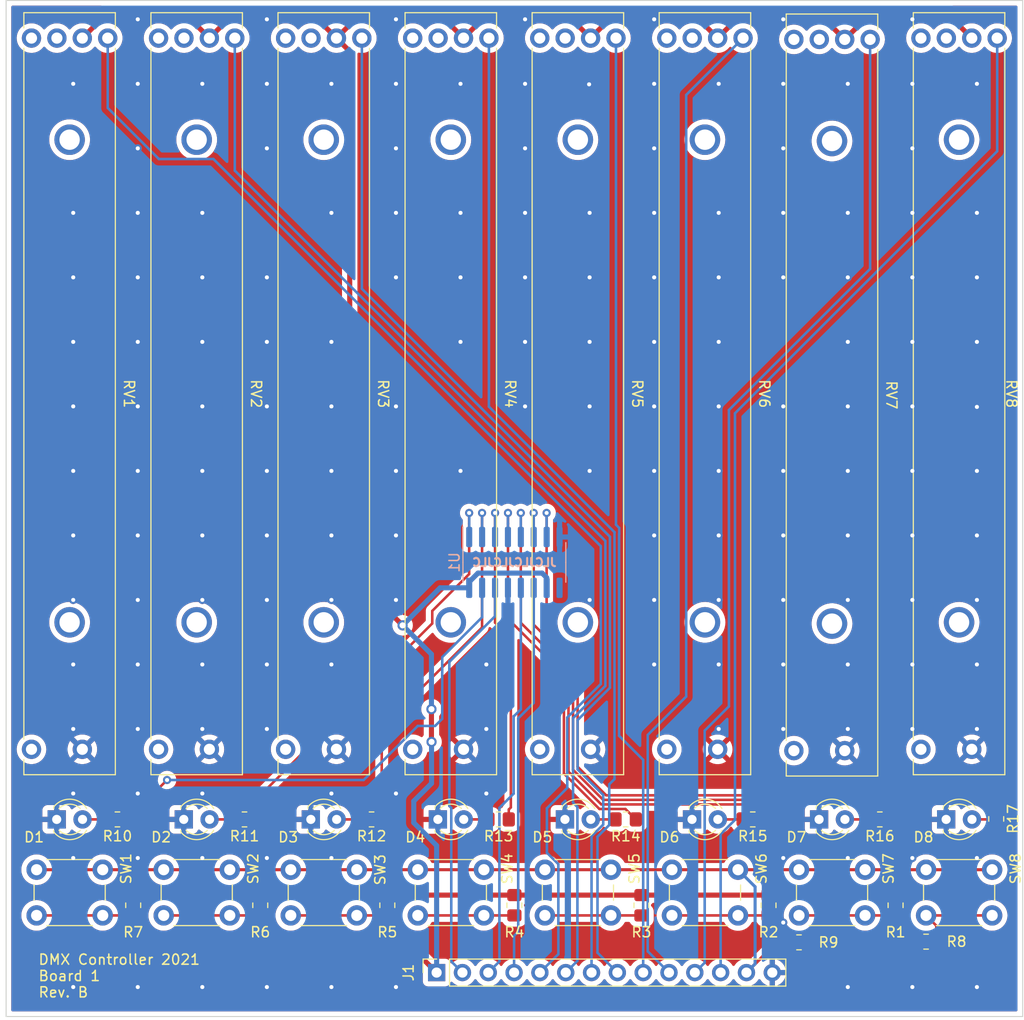
<source format=kicad_pcb>
(kicad_pcb (version 20210424) (generator pcbnew)
  (title_block (title "8 Channel DMX Controller Board 1") (rev "B") (comment 1 "Open source at GitHub: https://github.com/Gabriel-06/dmx-controller/") (comment 2 "Copyright 2021 Gabriel Csizmadia"))
  (layers (0 "F.Cu" signal) (31 "B.Cu" signal) (34 "B.Paste" user) (35 "F.Paste" user) (36 "B.SilkS" user "B.Silkscreen") (37 "F.SilkS" user "F.Silkscreen") (38 "B.Mask" user) (39 "F.Mask" user) (44 "Edge.Cuts" user))
  (net 0 "")
  (net 1 "Net-(D1-Pad2)")
  (net 2 "GND")
  (net 3 "Net-(D2-Pad2)")
  (net 4 "Net-(D3-Pad2)")
  (net 5 "Net-(D4-Pad2)")
  (net 6 "Net-(D5-Pad2)")
  (net 7 "Net-(D6-Pad2)")
  (net 8 "Net-(D7-Pad2)")
  (net 9 "Net-(D8-Pad2)")
  (net 10 "Net-(R1-Pad2)")
  (net 11 "+5V")
  (net 12 "Net-(R2-Pad2)")
  (net 13 "Net-(R3-Pad2)")
  (net 14 "Net-(R4-Pad2)")
  (net 15 "Net-(R8-Pad2)")
  (net 16 "A8")
  (net 17 "A0")
  (net 18 "A1")
  (net 19 "A2")
  (net 20 "A3")
  (net 21 "A4")
  (net 22 "A5")
  (net 23 "A6")
  (net 24 "A7")
  (net 25 "RCLK")
  (net 26 "Net-(R5-Pad2)")
  (net 27 "SRCLK")
  (net 28 "SER")
  (net 29 "LED0")
  (net 30 "LED1")
  (net 31 "LED2")
  (net 32 "LED3")
  (net 33 "LED4")
  (net 34 "LED5")
  (net 35 "LED6")
  (net 36 "LED7")
  (net 37 "Net-(R6-Pad2)")
  (net 38 "Net-(R7-Pad2)")
  (footprint "Potentiometer_THT:Potentiometer_Alps_RS6011SP" (layer "F.Cu") (at 290.745 106.7 -90)
    (fp_text reference "RV6")
    (fp_text value "Fader 5")
  )
  (footprint "Resistor_SMD:R_0805_2012Metric_Pad1.20x1.40mm_HandSolder" (layer "F.Cu") (at 319.4 148.55 -90)
    (fp_text reference "R17")
    (fp_text value "120")
  )
  (footprint "Potentiometer_THT:Potentiometer_Alps_RS6011SP" (layer "F.Cu") (at 315.745 106.7 -90)
    (fp_text reference "RV8")
    (fp_text value "Fader 7")
  )
  (footprint "Potentiometer_THT:Potentiometer_Alps_RS6011SP" (layer "F.Cu") (at 240.745 106.7 -90)
    (fp_text reference "RV2")
    (fp_text value "Fader 1")
  )
  (footprint "Potentiometer_THT:Potentiometer_Alps_RS6011SP" (layer "F.Cu") (at 265.745 106.7 -90)
    (fp_text reference "RV4")
    (fp_text value "Fader 3")
  )
  (footprint "Potentiometer_THT:Potentiometer_Alps_RS6011SP" (layer "F.Cu") (at 303.245 106.83 -90)
    (fp_text reference "RV7")
    (fp_text value "Fader 6")
  )
  (footprint "Button_Switch_THT:SW_PUSH_6mm_H13mm" (layer "F.Cu") (at 275 153.55)
    (fp_text reference "SW5")
    (fp_text value "Button 4")
  )
  (footprint "Button_Switch_THT:SW_PUSH_6mm_H13mm" (layer "F.Cu") (at 300 153.55)
    (fp_text reference "SW7")
    (fp_text value "Button 6")
  )
  (footprint "Resistor_SMD:R_0805_2012Metric_Pad1.20x1.40mm_HandSolder" (layer "F.Cu") (at 259.5 157.05 -90)
    (fp_text reference "R3")
    (fp_text value "3k")
  )
  (footprint "Resistor_SMD:R_0805_2012Metric_Pad1.20x1.40mm_HandSolder" (layer "F.Cu") (at 309.5 157.05 -90)
    (fp_text reference "R7")
    (fp_text value "7k")
  )
  (footprint "Resistor_SMD:R_0805_2012Metric_Pad1.20x1.40mm_HandSolder" (layer "F.Cu") (at 300 160.7)
    (fp_text reference "R9")
    (fp_text value "100k")
  )
  (footprint "Resistor_SMD:R_0805_2012Metric_Pad1.20x1.40mm_HandSolder" (layer "F.Cu") (at 247 157.05 -90)
    (fp_text reference "R2")
    (fp_text value "2k")
  )
  (footprint "Resistor_SMD:R_0805_2012Metric_Pad1.20x1.40mm_HandSolder" (layer "F.Cu") (at 272 157.05 -90)
    (fp_text reference "R4")
    (fp_text value "4k")
  )
  (footprint "Button_Switch_THT:SW_PUSH_6mm_H13mm" (layer "F.Cu") (at 237.5 153.55)
    (fp_text reference "SW2")
    (fp_text value "Button 1")
  )
  (footprint "Connector_PinSocket_2.54mm:PinSocket_1x14_P2.54mm_Vertical" (layer "F.Cu") (at 264.35 163.675 90)
    (fp_text reference "J1")
    (fp_text value "Conn_01x14")
  )
  (footprint "Button_Switch_THT:SW_PUSH_6mm_H13mm" (layer "F.Cu") (at 287.5 153.55)
    (fp_text reference "SW6")
    (fp_text value "Button 5")
  )
  (footprint "Resistor_SMD:R_0805_2012Metric_Pad1.20x1.40mm_HandSolder" (layer "F.Cu") (at 284.5 157.05 -90)
    (fp_text reference "R5")
    (fp_text value "5k")
  )
  (footprint "LED_THT:LED_D3.0mm" (layer "F.Cu") (at 289.475 148.6)
    (fp_text reference "D6")
    (fp_text value "LED 5")
  )
  (footprint "Button_Switch_THT:SW_PUSH_6mm_H13mm" (layer "F.Cu") (at 225 153.55)
    (fp_text reference "SW1")
    (fp_text value "Button 0")
  )
  (footprint "LED_THT:LED_D3.0mm" (layer "F.Cu") (at 301.975 148.6)
    (fp_text reference "D7")
    (fp_text value "LED 6")
  )
  (footprint "LED_THT:LED_D3.0mm" (layer "F.Cu") (at 251.975 148.6)
    (fp_text reference "D3")
    (fp_text value "LED 2")
  )
  (footprint "LED_THT:LED_D3.0mm" (layer "F.Cu") (at 226.975 148.6)
    (fp_text reference "D1")
    (fp_text value "LED 0")
  )
  (footprint "Resistor_SMD:R_0805_2012Metric_Pad1.20x1.40mm_HandSolder" (layer "F.Cu") (at 282.95 148.6 180)
    (fp_text reference "R14")
    (fp_text value "120")
  )
  (footprint "Resistor_SMD:R_0805_2012Metric_Pad1.20x1.40mm_HandSolder" (layer "F.Cu") (at 295.45 148.6 180)
    (fp_text reference "R15")
    (fp_text value "120")
  )
  (footprint "Resistor_SMD:R_0805_2012Metric_Pad1.20x1.40mm_HandSolder" (layer "F.Cu") (at 257.95 148.6 180)
    (fp_text reference "R12")
    (fp_text value "120")
  )
  (footprint "Resistor_SMD:R_0805_2012Metric_Pad1.20x1.40mm_HandSolder" (layer "F.Cu") (at 312.5 160.63)
    (fp_text reference "R8")
    (fp_text value "8k")
  )
  (footprint "Resistor_SMD:R_0805_2012Metric_Pad1.20x1.40mm_HandSolder" (layer "F.Cu") (at 270.45 148.6 180)
    (fp_text reference "R13")
    (fp_text value "120")
  )
  (footprint "LED_THT:LED_D3.0mm" (layer "F.Cu") (at 264.475 148.6)
    (fp_text reference "D4")
    (fp_text value "LED 3")
  )
  (footprint "Button_Switch_THT:SW_PUSH_6mm_H13mm" (layer "F.Cu") (at 262.5 153.55)
    (fp_text reference "SW4")
    (fp_text value "Button 3")
  )
  (footprint "Button_Switch_THT:SW_PUSH_6mm_H13mm" (layer "F.Cu") (at 250 153.55)
    (fp_text reference "SW3")
    (fp_text value "Button 2")
  )
  (footprint "Resistor_SMD:R_0805_2012Metric_Pad1.20x1.40mm_HandSolder" (layer "F.Cu") (at 234.5 157.05 -90)
    (fp_text reference "R1")
    (fp_text value "1k")
  )
  (footprint "Resistor_SMD:R_0805_2012Metric_Pad1.20x1.40mm_HandSolder" (layer "F.Cu") (at 307.95 148.6 180)
    (fp_text reference "R16")
    (fp_text value "120")
  )
  (footprint "Resistor_SMD:R_0805_2012Metric_Pad1.20x1.40mm_HandSolder" (layer "F.Cu") (at 297 157.05 -90)
    (fp_text reference "R6")
    (fp_text value "6k")
  )
  (footprint "LED_THT:LED_D3.0mm" (layer "F.Cu") (at 314.475 148.6)
    (fp_text reference "D8")
    (fp_text value "LED 7")
  )
  (footprint "LED_THT:LED_D3.0mm" (layer "F.Cu") (at 276.975 148.6)
    (fp_text reference "D5")
    (fp_text value "LED 4")
  )
  (footprint "Potentiometer_THT:Potentiometer_Alps_RS6011SP" (layer "F.Cu") (at 253.245 106.7 -90)
    (fp_text reference "RV3")
    (fp_text value "Fader 2")
  )
  (footprint "LED_THT:LED_D3.0mm" (layer "F.Cu") (at 239.475 148.6)
    (fp_text reference "D2")
    (fp_text value "LED 1")
  )
  (footprint "Potentiometer_THT:Potentiometer_Alps_RS6011SP" (layer "F.Cu") (at 228.245 106.7 -90)
    (fp_text reference "RV1")
    (fp_text value "Fader 0")
  )
  (footprint "Potentiometer_THT:Potentiometer_Alps_RS6011SP" (layer "F.Cu") (at 278.245 106.7 -90)
    (fp_text reference "RV5")
    (fp_text value "Fader 4")
  )
  (footprint "Resistor_SMD:R_0805_2012Metric_Pad1.20x1.40mm_HandSolder" (layer "F.Cu") (at 232.95 148.6 180)
    (fp_text reference "R10")
    (fp_text value "120")
  )
  (footprint "Button_Switch_THT:SW_PUSH_6mm_H13mm" (layer "F.Cu") (at 312.5 153.55)
    (fp_text reference "SW8")
    (fp_text value "Button 7")
  )
  (footprint "Resistor_SMD:R_0805_2012Metric_Pad1.20x1.40mm_HandSolder" (layer "F.Cu") (at 245.45 148.6 180)
    (fp_text reference "R11")
    (fp_text value "120")
  )
  (footprint "Package_SO:SOP-16_3.9x9.9mm_P1.27mm" (layer "B.Cu") (at 272 123.305 -90)
    (fp_text reference "U1")
    (fp_text value "74HC595")
  )
  (gr_line (start 222 68) (end 222 168) (layer "Edge.Cuts") (width 0.1))
  (gr_line (start 322 68) (end 322 168) (layer "Edge.Cuts") (width 0.1))
  (gr_line (start 222 68) (end 322 68) (layer "Edge.Cuts") (width 0.1))
  (gr_line (start 322 168) (end 222 168) (layer "Edge.Cuts") (width 0.1))
  (gr_text "JLCJLCJLCJLC" (at 272 123.305) (layer "B.SilkS") (effects (font (size 0.8 0.8) (thickness 0.2)) (justify mirror)))
  (gr_text "\nDMX Controller 2021\nBoard 1\nRev. B" (at 225.1 163.2) (layer "F.SilkS") (effects (font (size 1 1)) (justify left)))
  (segment (start 229.515 148.6) (end 231.95 148.6) (width 0.25) (layer "F.Cu") (net 1))
  (via (at 285.75 127) (size 0.8) (drill 0.4) (layers "F.Cu" "B.Cu") (net 2))
  (via (at 266.7 101.6) (size 0.8) (drill 0.4) (layers "F.Cu" "B.Cu") (net 2))
  (via (at 234.95 133.35) (size 0.8) (drill 0.4) (layers "F.Cu" "B.Cu") (net 2))
  (via (at 304.8 76.2) (size 0.8) (drill 0.4) (layers "F.Cu" "B.Cu") (net 2))
  (via (at 247.65 139.7) (size 0.8) (drill 0.4) (layers "F.Cu" "B.Cu") (net 2))
  (via (at 228.6 165.1) (size 0.8) (drill 0.4) (layers "F.Cu" "B.Cu") (net 2))
  (via (at 298.45 133.35) (size 0.8) (drill 0.4) (layers "F.Cu" "B.Cu") (net 2))
  (via (at 279.4 127) (size 0.8) (drill 0.4) (layers "F.Cu" "B.Cu") (net 2))
  (via (at 241.3 95.25) (size 0.8) (drill 0.4) (layers "F.Cu" "B.Cu") (net 2))
  (via (at 285.75 76.2) (size 0.8) (drill 0.4) (layers "F.Cu" "B.Cu") (net 2))
  (via (at 285.75 69.85) (size 0.8) (drill 0.4) (layers "F.Cu" "B.Cu") (net 2))
  (via (at 292.1 107.95) (size 0.8) (drill 0.4) (layers "F.Cu" "B.Cu") (net 2))
  (via (at 254 133.35) (size 0.8) (drill 0.4) (layers "F.Cu" "B.Cu") (net 2))
  (via (at 311.15 114.3) (size 0.8) (drill 0.4) (layers "F.Cu" "B.Cu") (net 2))
  (via (at 247.65 76.2) (size 0.8) (drill 0.4) (layers "F.Cu" "B.Cu") (net 2))
  (via (at 241.3 127) (size 0.8) (drill 0.4) (layers "F.Cu" "B.Cu") (net 2))
  (via (at 298.45 88.9) (size 0.8) (drill 0.4) (layers "F.Cu" "B.Cu") (net 2))
  (via (at 234.95 69.85) (size 0.8) (drill 0.4) (layers "F.Cu" "B.Cu") (net 2))
  (via (at 285.75 120.65) (size 0.8) (drill 0.4) (layers "F.Cu" "B.Cu") (net 2))
  (via (at 260.35 69.85) (size 0.8) (drill 0.4) (layers "F.Cu" "B.Cu") (net 2))
  (via (at 317.5 101.6) (size 0.8) (drill 0.4) (layers "F.Cu" "B.Cu") (net 2))
  (via (at 228.6 127) (size 0.8) (drill 0.4) (layers "F.Cu" "B.Cu") (net 2))
  (via (at 269.24 133.35) (size 0.8) (drill 0.4) (layers "F.Cu" "B.Cu") (net 2))
  (via (at 266.7 76.2) (size 0.8) (drill 0.4) (layers "F.Cu" "B.Cu") (net 2))
  (via (at 317.5 127) (size 0.8) (drill 0.4) (layers "F.Cu" "B.Cu") (net 2))
  (via (at 254 88.9) (size 0.8) (drill 0.4) (layers "F.Cu" "B.Cu") (net 2))
  (via (at 273.05 107.95) (size 0.8) (drill 0.4) (layers "F.Cu" "B.Cu") (net 2))
  (via (at 247.65 101.6) (size 0.8) (drill 0.4) (layers "F.Cu" "B.Cu") (net 2))
  (via (at 241.3 76.2) (size 0.8) (drill 0.4) (layers "F.Cu" "B.Cu") (net 2))
  (via (at 292.1 114.3) (size 0.8) (drill 0.4) (layers "F.Cu" "B.Cu") (net 2))
  (via (at 234.95 95.25) (size 0.8) (drill 0.4) (layers "F.Cu" "B.Cu") (net 2))
  (via (at 279.4 114.3) (size 0.8) (drill 0.4) (layers "F.Cu" "B.Cu") (net 2))
  (via (at 311.15 139.7) (size 0.8) (drill 0.4) (layers "F.Cu" "B.Cu") (net 2))
  (via (at 311.15 120.65) (size 0.8) (drill 0.4) (layers "F.Cu" "B.Cu") (net 2))
  (via (at 228.6 76.2) (size 0.8) (drill 0.4) (layers "F.Cu" "B.Cu") (net 2))
  (via (at 317.5 165.1) (size 0.8) (drill 0.4) (layers "F.Cu" "B.Cu") (net 2))
  (via (at 304.8 88.9) (size 0.8) (drill 0.4) (layers "F.Cu" "B.Cu") (net 2))
  (via (at 247.65 114.3) (size 0.8) (drill 0.4) (layers "F.Cu" "B.Cu") (net 2))
  (via (at 298.45 158.75) (size 0.8) (drill 0.4) (layers "F.Cu" "B.Cu") (net 2))
  (via (at 311.15 69.85) (size 0.8) (drill 0.4) (layers "F.Cu" "B.Cu") (net 2))
  (via (at 234.95 127) (size 0.8) (drill 0.4) (layers "F.Cu" "B.Cu") (net 2))
  (via (at 279.4 88.9) (size 0.8) (drill 0.4) (layers "F.Cu" "B.Cu") (net 2))
  (via (at 247.65 82.55) (size 0.8) (drill 0.4) (layers "F.Cu" "B.Cu") (net 2))
  (via (at 311.15 76.2) (size 0.8) (drill 0.4) (layers "F.Cu" "B.Cu") (net 2))
  (via (at 266.7 88.9) (size 0.8) (drill 0.4) (layers "F.Cu" "B.Cu") (net 2))
  (via (at 285.75 82.55) (size 0.8) (drill 0.4) (layers "F.Cu" "B.Cu") (net 2))
  (via (at 234.95 114.3) (size 0.8) (drill 0.4) (layers "F.Cu" "B.Cu") (net 2))
  (via (at 311.15 133.35) (size 0.8) (drill 0.4) (layers "F.Cu" "B.Cu") (net 2))
  (via (at 260.35 95.25) (size 0.8) (drill 0.4) (layers "F.Cu" "B.Cu") (net 2))
  (via (at 298.45 95.25) (size 0.8) (drill 0.4) (layers "F.Cu" "B.Cu") (net 2))
  (via (at 234.95 88.9) (size 0.8) (drill 0.4) (layers "F.Cu" "B.Cu") (net 2))
  (via (at 228.6 152.4) (size 0.8) (drill 0.4) (layers "F.Cu" "B.Cu") (net 2))
  (via (at 279.4 101.6) (size 0.8) (drill 0.4) (layers "F.Cu" "B.Cu") (net 2))
  (via (at 247.65 120.65) (size 0.8) (drill 0.4) (layers "F.Cu" "B.Cu") (net 2))
  (via (at 254 127) (size 0.8) (drill 0.4) (layers "F.Cu" "B.Cu") (net 2))
  (via (at 285.75 133.35) (size 0.8) (drill 0.4) (layers "F.Cu" "B.Cu") (net 2))
  (via (at 311.15 88.9) (size 0.8) (drill 0.4) (layers "F.Cu" "B.Cu") (net 2))
  (via (at 228.6 95.25) (size 0.8) (drill 0.4) (layers "F.Cu" "B.Cu") (net 2))
  (via (at 228.6 107.95) (size 0.8) (drill 0.4) (layers "F.Cu" "B.Cu") (net 2))
  (via (at 317.5 152.4) (size 0.8) (drill 0.4) (layers "F.Cu" "B.Cu") (net 2))
  (via (at 273.05 82.55) (size 0.8) (drill 0.4) (layers "F.Cu" "B.Cu") (net 2))
  (via (at 292.1 88.9) (size 0.8) (drill 0.4) (layers "F.Cu" "B.Cu") (net 2))
  (via (at 260.35 146.05) (size 0.8) (drill 0.4) (layers "F.Cu" "B.Cu") (net 2))
  (via (at 254 114.3) (size 0.8) (drill 0.4) (layers "F.Cu" "B.Cu") (net 2))
  (via (at 285.75 101.6) (size 0.8) (drill 0.4) (layers "F.Cu" "B.Cu") (net 2))
  (via (at 304.8 120.65) (size 0.8) (drill 0.4) (layers "F.Cu" "B.Cu") (net 2))
  (via (at 241.3 120.65) (size 0.8) (drill 0.4) (layers "F.Cu" "B.Cu") (net 2))
  (via (at 260.35 165.1) (size 0.8) (drill 0.4) (layers "F.Cu" "B.Cu") (net 2))
  (via (at 279.4 95.25) (size 0.8) (drill 0.4) (layers "F.Cu" "B.Cu") (net 2))
  (via (at 304.8 139.7) (size 0.8) (drill 0.4) (layers "F.Cu" "B.Cu") (net 2))
  (via (at 279.4 107.95) (size 0.8) (drill 0.4) (layers "F.Cu" "B.Cu") (net 2))
  (via (at 317.5 120.65) (size 0.8) (drill 0.4) (layers "F.Cu" "B.Cu") (net 2))
  (via (at 234.95 101.6) (size 0.8) (drill 0.4) (layers "F.Cu" "B.Cu") (net 2))
  (via (at 228.6 101.6) (size 0.8) (drill 0.4) (layers "F.Cu" "B.Cu") (net 2))
  (via (at 298.45 139.7) (size 0.8) (drill 0.4) (layers "F.Cu" "B.Cu") (net 2))
  (via (at 311.15 95.25) (size 0.8) (drill 0.4) (layers "F.Cu" "B.Cu") (net 2))
  (via (at 311.15 165.1) (size 0.8) (drill 0.4) (layers "F.Cu" "B.Cu") (net 2))
  (via (at 292.1 133.35) (size 0.8) (drill 0.4) (layers "F.Cu" "B.Cu") (net 2))
  (via (at 273.05 88.9) (size 0.8) (drill 0.4) (layers "F.Cu" "B.Cu") (net 2))
  (via (at 317.5 133.35) (size 0.8) (drill 0.4) (layers "F.Cu" "B.Cu") (net 2))
  (via (at 241.3 114.3) (size 0.8) (drill 0.4) (layers "F.Cu" "B.Cu") (net 2))
  (via (at 234.95 139.7) (size 0.8) (drill 0.4) (layers "F.Cu" "B.Cu") (net 2))
  (via (at 279.35 76.25) (size 0.8) (drill 0.4) (layers "F.Cu" "B.Cu") (net 2))
  (via (at 247.65 127) (size 0.8) (drill 0.4) (layers "F.Cu" "B.Cu") (net 2))
  (via (at 304.8 133.35) (size 0.8) (drill 0.4) (layers "F.Cu" "B.Cu") (net 2))
  (via (at 234.95 107.95) (size 0.8) (drill 0.4) (layers "F.Cu" "B.Cu") (net 2))
  (via (at 285.75 95.25) (size 0.8) (drill 0.4) (layers "F.Cu" "B.Cu") (net 2))
  (via (at 241.3 107.95) (size 0.8) (drill 0.4) (layers "F.Cu" "B.Cu") (net 2))
  (via (at 260.35 82.55) (size 0.8) (drill 0.4) (layers "F.Cu" "B.Cu") (net 2))
  (via (at 298.45 69.85) (size 0.8) (drill 0.4) (layers "F.Cu" "B.Cu") (net 2))
  (via (at 292.1 95.25) (size 0.8) (drill 0.4) (layers "F.Cu" "B.Cu") (net 2))
  (via (at 241.3 101.6) (size 0.8) (drill 0.4) (layers "F.Cu" "B.Cu") (net 2))
  (via (at 298.45 127) (size 0.8) (drill 0.4) (layers "F.Cu" "B.Cu") (net 2))
  (via (at 304.8 95.25) (size 0.8) (drill 0.4) (layers "F.Cu" "B.Cu") (net 2))
  (via (at 266.7 114.3) (size 0.8) (drill 0.4) (layers "F.Cu" "B.Cu") (net 2))
  (via (at 260.35 114.3) (size 0.8) (drill 0.4) (layers "F.Cu" "B.Cu") (net 2))
  (via (at 228.6 88.9) (size 0.8) (drill 0.4) (layers "F.Cu" "B.Cu") (net 2))
  (via (at 234.95 82.55) (size 0.8) (drill 0.4) (layers "F.Cu" "B.Cu") (net 2))
  (via (at 292.1 120.65) (size 0.8) (drill 0.4) (layers "F.Cu" "B.Cu") (net 2))
  (via (at 260.35 76.2) (size 0.8) (drill 0.4) (layers "F.Cu" "B.Cu") (net 2))
  (via (at 304.8 107.95) (size 0.8) (drill 0.4) (layers "F.Cu" "B.Cu") (net 2))
  (via (at 273.05 95.25) (size 0.8) (drill 0.4) (layers "F.Cu" "B.Cu") (net 2))
  (via (at 298.45 76.2) (size 0.8) (drill 0.4) (layers "F.Cu" "B.Cu") (net 2))
  (via (at 234.95 120.65) (size 0.8) (drill 0.4) (layers "F.Cu" "B.Cu") (net 2))
  (via (at 298.45 120.65) (size 0.8) (drill 0.4) (layers "F.Cu" "B.Cu") (net 2))
  (via (at 247.65 69.85) (size 0.8) (drill 0.4) (layers "F.Cu" "B.Cu") (net 2))
  (via (at 254 120.65) (size 0.8) (drill 0.4) (layers "F.Cu" "B.Cu") (net 2))
  (via (at 241.3 133.35) (size 0.8) (drill 0.4) (layers "F.Cu" "B.Cu") (net 2))
  (via (at 269.24 139.7) (size 0.8) (drill 0.4) (layers "F.Cu" "B.Cu") (net 2))
  (via (at 317.5 95.25) (size 0.8) (drill 0.4) (layers "F.Cu" "B.Cu") (net 2))
  (via (at 234.95 146.05) (size 0.8) (drill 0.4) (layers "F.Cu" "B.Cu") (net 2))
  (via (at 273.05 101.6) (size 0.8) (drill 0.4) (layers "F.Cu" "B.Cu") (net 2))
  (via (at 292.1 139.7) (size 0.8) (drill 0.4) (layers "F.Cu" "B.Cu") (net 2))
  (via (at 234.95 76.2) (size 0.8) (drill 0.4) (layers "F.Cu" "B.Cu") (net 2))
  (via (at 311.15 107.95) (size 0.8) (drill 0.4) (layers "F.Cu" "B.Cu") (net 2))
  (via (at 273.05 69.85) (size 0.8) (drill 0.4) (layers "F.Cu" "B.Cu") (net 2))
  (via (at 260.35 88.9) (size 0.8) (drill 0.4) (layers "F.Cu" "B.Cu") (net 2))
  (via (at 234.95 152.4) (size 0.8) (drill 0.4) (layers "F.Cu" "B.Cu") (net 2))
  (via (at 311.15 82.55) (size 0.8) (drill 0.4) (layers "F.Cu" "B.Cu") (net 2))
  (via (at 228.6 133.35) (size 0.8) (drill 0.4) (layers "F.Cu" "B.Cu") (net 2))
  (via (at 298.45 114.3) (size 0.8) (drill 0.4) (layers "F.Cu" "B.Cu") (net 2))
  (via (at 228.6 146.05) (size 0.8) (drill 0.4) (layers "F.Cu" "B.Cu") (net 2))
  (via (at 247.65 107.95) (size 0.8) (drill 0.4) (layers "F.Cu" "B.Cu") (net 2))
  (via (at 241.3 88.9) (size 0.8) (drill 0.4) (layers "F.Cu" "B.Cu") (net 2))
  (via (at 317.5 88.9) (size 0.8) (drill 0.4) (layers "F.Cu" "B.Cu") (net 2))
  (via (at 247.65 152.4) (size 0.8) (drill 0.4) (layers "F.Cu" "B.Cu") (net 2))
  (via (at 304.8 165.1) (size 0.8) (drill 0.4) (layers "F.Cu" "B.Cu") (net 2))
  (via (at 260.35 107.95) (size 0.8) (drill 0.4) (layers "F.Cu" "B.Cu") (net 2))
  (via (at 247.65 133.35) (size 0.8) (drill 0.4) (layers "F.Cu" "B.Cu") (net 2))
  (via (at 241.3 139.7) (size 0.8) (drill 0.4) (layers "F.Cu" "B.Cu") (net 2))
  (via (at 273.05 76.2) (size 0.8) (drill 0.4) (layers "F.Cu" "B.Cu") (net 2))
  (via (at 304.8 152.4) (size 0.8) (drill 0.4) (layers "F.Cu" "B.Cu") (net 2))
  (via (at 317.5 76.2) (size 0.8) (drill 0.4) (layers "F.Cu" "B.Cu") (net 2))
  (via (at 311.15 127) (size 0.8) (drill 0.4) (layers "F.Cu" "B.Cu") (net 2))
  (via (at 311.15 101.6) (size 0.8) (drill 0.4) (layers "F.Cu" "B.Cu") (net 2))
  (via (at 234.95 165.1) (size 0.8) (drill 0.4) (layers "F.Cu" "B.Cu") (net 2))
  (via (at 298.45 152.4) (size 0.8) (drill 0.4) (layers "F.Cu" "B.Cu") (net 2))
  (via (at 317.5 139.7) (size 0.8) (drill 0.4) (layers "F.Cu" "B.Cu") (net 2))
  (via (at 254 165.1) (size 0.8) (drill 0.4) (layers "F.Cu" "B.Cu") (net 2))
  (via (at 228.6 139.7) (size 0.8) (drill 0.4) (layers "F.Cu" "B.Cu") (net 2))
  (via (at 292.1 127) (size 0.8) (drill 0.4) (layers "F.Cu" "B.Cu") (net 2))
  (via (at 317.5 108) (size 0.8) (drill 0.4) (layers "F.Cu" "B.Cu") (net 2))
  (via (at 254 76.2) (size 0.8) (drill 0.4) (layers "F.Cu" "B.Cu") (net 2))
  (via (at 292.1 101.6) (size 0.8) (drill 0.4) (layers "F.Cu" "B.Cu") (net 2))
  (via (at 241.3 152.4) (size 0.8) (drill 0.4) (layers "F.Cu" "B.Cu") (net 2))
  (via (at 260.35 127) (size 0.8) (drill 0.4) (layers "F.Cu" "B.Cu") (net 2))
  (via (at 254 101.6) (size 0.8) (drill 0.4) (layers "F.Cu" "B.Cu") (net 2))
  (via (at 247.65 95.25) (size 0.8) (drill 0.4) (layers "F.Cu" "B.Cu") (net 2))
  (via (at 285.75 88.9) (size 0.8) (drill 0.4) (layers "F.Cu" "B.Cu") (net 2))
  (via (at 241.3 165.1) (size 0.8) (drill 0.4) (layers "F.Cu" "B.Cu") (net 2))
  (via (at 304.8 114.3) (size 0.8) (drill 0.4) (layers "F.Cu" "B.Cu") (net 2))
  (via (at 311.15 152.4) (size 0.8) (drill 0.4) (layers "F.Cu" "B.Cu") (net 2))
  (via (at 254 152.4) (size 0.8) (drill 0.4) (layers "F.Cu" "B.Cu") (net 2))
  (via (at 304.8 101.6) (size 0.8) (drill 0.4) (layers "F.Cu" "B.Cu") (net 2))
  (via (at 228.6 120.65) (size 0.8) (drill 0.4) (layers "F.Cu" "B.Cu") (net 2))
  (via (at 292.1 76.2) (size 0.8) (drill 0.4) (layers "F.Cu" "B.Cu") (net 2))
  (via (at 254 146.05) (size 0.8) (drill 0.4) (layers "F.Cu" "B.Cu") (net 2))
  (via (at 298.45 82.55) (size 0.8) (drill 0.4) (layers "F.Cu" "B.Cu") (net 2))
  (via (at 317.5 114.3) (size 0.8) (drill 0.4) (layers "F.Cu" "B.Cu") (net 2))
  (via (at 304.8 127) (size 0.8) (drill 0.4) (layers "F.Cu" "B.Cu") (net 2))
  (via (at 285.75 114.3) (size 0.8) (drill 0.4) (layers "F.Cu" "B.Cu") (net 2))
  (via (at 260.35 120.65) (size 0.8) (drill 0.4) (layers "F.Cu" "B.Cu") (net 2))
  (via (at 254 107.95) (size 0.8) (drill 0.4) (layers "F.Cu" "B.Cu") (net 2))
  (via (at 266.7 95.25) (size 0.8) (drill 0.4) (layers "F.Cu" "B.Cu") (net 2))
  (via (at 228.6 114.3) (size 0.8) (drill 0.4) (layers "F.Cu" "B.Cu") (net 2))
  (via (at 247.65 165.1) (size 0.8) (drill 0.4) (layers "F.Cu" "B.Cu") (net 2))
  (via (at 269.24 146.05) (size 0.8) (drill 0.4) (layers "F.Cu" "B.Cu") (net 2))
  (via (at 285.75 107.95) (size 0.8) (drill 0.4) (layers "F.Cu" "B.Cu") (net 2))
  (via (at 241.3 146.05) (size 0.8) (drill 0.4) (layers "F.Cu" "B.Cu") (net 2))
  (via (at 298.45 107.95) (size 0.8) (drill 0.4) (layers "F.Cu" "B.Cu") (net 2))
  (segment (start 242.015 148.6) (end 244.45 148.6) (width 0.25) (layer "F.Cu") (net 3))
  (segment (start 256.95 148.6) (end 254.515 148.6) (width 0.25) (layer "F.Cu") (net 4))
  (segment (start 269.45 148.6) (end 267.015 148.6) (width 0.25) (layer "F.Cu") (net 5))
  (segment (start 279.515 148.6) (end 281.95 148.6) (width 0.25) (layer "F.Cu") (net 6))
  (segment (start 294.45 148.6) (end 292.015 148.6) (width 0.25) (layer "F.Cu") (net 7))
  (segment (start 306.95 148.6) (end 304.515 148.6) (width 0.25) (layer "F.Cu") (net 8))
  (segment (start 317.015 148.6) (end 318.45 148.6) (width 0.25) (layer "F.Cu") (net 9))
  (segment (start 318.45 148.6) (end 319.4 149.55) (width 0.25) (layer "F.Cu") (net 9))
  (segment (start 234.5 158.05) (end 225 158.05) (width 0.25) (layer "F.Cu") (net 10))
  (segment (start 310.64952 159.25048) (end 310.64952 159.77952) (width 0.5) (layer "F.Cu") (net 11))
  (segment (start 263.84 140.96) (end 263.85 140.97) (width 0.5) (layer "F.Cu") (net 11))
  (segment (start 309.5 156.05) (end 310.64952 157.19952) (width 0.5) (layer "F.Cu") (net 11))
  (segment (start 279.495 71.7) (end 276.795489 69.000489) (width 0.5) (layer "F.Cu") (net 11))
  (segment (start 234.5 156.05) (end 247 156.05) (width 0.5) (layer "F.Cu") (net 11))
  (segment (start 260.64952 159.97452) (end 264.35 163.675) (width 0.5) (layer "F.Cu") (net 11))
  (segment (start 251.795489 69.000489) (end 244.694511 69.000489) (width 0.5) (layer "F.Cu") (net 11))
  (segment (start 241.995 71.7) (end 239.295489 69.000489) (width 0.5) (layer "F.Cu") (net 11))
  (segment (start 255.8 73.005) (end 255.8 124.3) (width 0.5) (layer "F.Cu") (net 11))
  (segment (start 314.295489 69.000489) (end 307.324511 69.000489) (width 0.5) (layer "F.Cu") (net 11))
  (segment (start 259.5 156.05) (end 260.64952 157.19952) (width 0.5) (layer "F.Cu") (net 11))
  (segment (start 310.64952 159.77952) (end 311.5 160.63) (width 0.5) (layer "F.Cu") (net 11))
  (segment (start 255.8 124.3) (end 261 129.5) (width 0.5) (layer "F.Cu") (net 11))
  (segment (start 259.5 156.05) (end 272 156.05) (width 0.5) (layer "F.Cu") (net 11))
  (segment (start 244.694511 69.000489) (end 241.995 71.7) (width 0.5) (layer "F.Cu") (net 11))
  (segment (start 284.5 156.05) (end 297 156.05) (width 0.5) (layer "F.Cu") (net 11))
  (segment (start 310.64952 157.19952) (end 310.64952 159.25048) (width 0.5) (layer "F.Cu") (net 11))
  (segment (start 239.295489 69.000489) (end 232.194511 69.000489) (width 0.5) (layer "F.Cu") (net 11))
  (segment (start 294.694511 69.000489) (end 291.995 71.7) (width 0.5) (layer "F.Cu") (net 11))
  (segment (start 316.995 71.7) (end 314.295489 69.000489) (width 0.5) (layer "F.Cu") (net 11))
  (segment (start 289.295489 69.000489) (end 282.194511 69.000489) (width 0.5) (layer "F.Cu") (net 11))
  (segment (start 291.995 71.7) (end 289.295489 69.000489) (width 0.5) (layer "F.Cu") (net 11))
  (segment (start 257.194511 69.000489) (end 254.495 71.7) (width 0.5) (layer "F.Cu") (net 11))
  (segment (start 254.495 71.7) (end 255.8 73.005) (width 0.5) (layer "F.Cu") (net 11))
  (segment (start 307.324511 69.000489) (end 304.495 71.83) (width 0.5) (layer "F.Cu") (net 11))
  (segment (start 269.694511 69.000489) (end 266.995 71.7) (width 0.5) (layer "F.Cu") (net 11))
  (segment (start 282.194511 69.000489) (end 279.495 71.7) (width 0.5) (layer "F.Cu") (net 11))
  (segment (start 266.995 71.7) (end 264.295489 69.000489) (width 0.5) (layer "F.Cu") (net 11))
  (segment (start 297 156.05) (end 309.5 156.05) (width 0.5) (layer "F.Cu") (net 11))
  (segment (start 276.795489 69.000489) (end 269.694511 69.000489) (width 0.5) (layer "F.Cu") (net 11))
  (segment (start 304.495 71.83) (end 301.665489 69.000489) (width 0.5) (layer "F.Cu") (net 11))
  (segment (start 272 156.05) (end 284.5 156.05) (width 0.5) (layer "F.Cu") (net 11))
  (segment (start 260.64952 157.19952) (end 260.64952 159.97452) (width 0.5) (layer "F.Cu") (net 11))
  (segment (start 301.665489 69.000489) (end 294.694511 69.000489) (width 0.5) (layer "F.Cu") (net 11))
  (segment (start 232.194511 69.000489) (end 229.495 71.7) (width 0.5) (layer "F.Cu") (net 11))
  (segment (start 247 156.05) (end 259.5 156.05) (width 0.5) (layer "F.Cu") (net 11))
  (segment (start 263.84 137.75) (end 263.84 140.96) (width 0.5) (layer "F.Cu") (net 11))
  (segment (start 254.495 71.7) (end 251.795489 69.000489) (width 0.5) (layer "F.Cu") (net 11))
  (segment (start 264.295489 69.000489) (end 257.194511 69.000489) (width 0.5) (layer "F.Cu") (net 11))
  (via (at 263.85 140.97) (size 1) (drill 0.6) (layers "F.Cu" "B.Cu") (net 11))
  (via (at 261 129.5) (size 1) (drill 0.6) (layers "F.Cu" "B.Cu") (net 11))
  (via (at 263.84 137.75) (size 1) (drill 0.6) (layers "F.Cu" "B.Cu") (net 11))
  (segment (start 268.4196 124.35548) (end 267.555 125.22008) (width 0.5) (layer "B.Cu") (net 11))
  (segment (start 275.175 125.805) (end 275.175 124.805) (width 0.5) (layer "B.Cu") (net 11))
  (segment (start 274.72548 124.35548) (end 268.4196 124.35548) (width 0.5) (layer "B.Cu") (net 11))
  (segment (start 262.1 148.924022) (end 264.35 151.174022) (width 0.5) (layer "B.Cu") (net 11))
  (segment (start 263.84 137.75) (end 263.84 132.34) (width 0.5) (layer "B.Cu") (net 11))
  (segment (start 261 129.5) (end 264.695 125.805) (width 0.5) (layer "B.Cu") (net 11))
  (segment (start 262.1 146.8) (end 262.1 148.924022) (width 0.5) (layer "B.Cu") (net 11))
  (segment (start 263.85 145.05) (end 262.1 146.8) (width 0.5) (layer "B.Cu") (net 11))
  (segment (start 267.555 125.22008) (end 267.555 125.805) (width 0.5) (layer "B.Cu") (net 11))
  (segment (start 264.35 151.174022) (end 264.35 163.675) (width 0.5) (layer "B.Cu") (net 11))
  (segment (start 264.695 125.805) (end 267.555 125.805) (width 0.5) (layer "B.Cu") (net 11))
  (segment (start 263.84 132.34) (end 261 129.5) (width 0.5) (layer "B.Cu") (net 11))
  (segment (start 263.85 140.97) (end 263.85 145.05) (width 0.5) (layer "B.Cu") (net 11))
  (segment (start 275.175 124.805) (end 274.72548 124.35548) (width 0.5) (layer "B.Cu") (net 11))
  (segment (start 247 158.05) (end 237.5 158.05) (width 0.25) (layer "F.Cu") (net 12))
  (segment (start 259.5 158.05) (end 250 158.05) (width 0.25) (layer "F.Cu") (net 13))
  (segment (start 272 158.05) (end 262.5 158.05) (width 0.25) (layer "F.Cu") (net 14))
  (segment (start 312.5 158.05) (end 313.5 159.05) (width 0.25) (layer "F.Cu") (net 15))
  (segment (start 319 158.05) (end 312.5 158.05) (width 0.25) (layer "F.Cu") (net 15))
  (segment (start 313.5 159.05) (end 313.5 160.63) (width 0.25) (layer "F.Cu") (net 15))
  (segment (start 299 160.7) (end 297.805 160.7) (width 0.3) (layer "F.Cu") (net 16))
  (segment (start 312.5 153.55) (end 319 153.55) (width 0.3) (layer "F.Cu") (net 16))
  (segment (start 287.5 153.55) (end 294 153.55) (width 0.3) (layer "F.Cu") (net 16))
  (segment (start 281.5 153.55) (end 287.5 153.55) (width 0.3) (layer "F.Cu") (net 16))
  (segment (start 306.5 153.55) (end 312.5 153.55) (width 0.3) (layer "F.Cu") (net 16))
  (segment (start 300 153.55) (end 306.5 153.55) (width 0.3) (layer "F.Cu") (net 16))
  (segment (start 262.5 153.55) (end 269 153.55) (width 0.3) (layer "F.Cu") (net 16))
  (segment (start 294 153.55) (end 300 153.55) (width 0.3) (layer "F.Cu") (net 16))
  (segment (start 250 153.55) (end 256.5 153.55) (width 0.3) (layer "F.Cu") (net 16))
  (segment (start 297.805 160.7) (end 294.83 163.675) (width 0.3) (layer "F.Cu") (net 16))
  (segment (start 237.5 153.55) (end 244 153.55) (width 0.3) (layer "F.Cu") (net 16))
  (segment (start 250 153.55) (end 244 153.55) (width 0.3) (layer "F.Cu") (net 16))
  (segment (start 231.5 153.55) (end 237.5 153.55) (width 0.3) (layer "F.Cu") (net 16))
  (segment (start 256.5 153.55) (end 262.5 153.55) (width 0.3) (layer "F.Cu") (net 16))
  (segment (start 269 153.55) (end 275 153.55) (width 0.3) (layer "F.Cu") (net 16))
  (segment (start 275 153.55) (end 281.5 153.55) (width 0.3) (layer "F.Cu") (net 16))
  (segment (start 225 153.55) (end 231.5 153.55) (width 0.3) (layer "F.Cu") (net 16))
  (segment (start 295.68 162.825) (end 294.83 163.675) (width 0.3) (layer "B.Cu") (net 16))
  (segment (start 294 153.55) (end 295.68 155.23) (width 0.3) (layer "B.Cu") (net 16))
  (segment (start 295.68 155.23) (end 295.68 162.825) (width 0.3) (layer "B.Cu") (net 16))
  (segment (start 231.995 71.7) (end 231.995 78.570386) (width 0.25) (layer "B.Cu") (net 17))
  (segment (start 276.324511 161.860489) (end 274.51 163.675) (width 0.25) (layer "B.Cu") (net 17))
  (segment (start 231.995 78.570386) (end 237.024614 83.6) (width 0.25) (layer "B.Cu") (net 17))
  (segment (start 280.5 121.71) (end 280.5 135.268117) (width 0.25) (layer "B.Cu") (net 17))
  (segment (start 275.2 151.876858) (end 276.324511 153.001368) (width 0.25) (layer "B.Cu") (net 17))
  (segment (start 276.324511 153.001368) (end 276.324511 161.860489) (width 0.25) (layer "B.Cu") (net 17))
  (segment (start 237.024614 83.6) (end 242.39 83.6) (width 0.25) (layer "B.Cu") (net 17))
  (segment (start 277.2 145.5) (end 275.2 147.5) (width 0.25) (layer "B.Cu") (net 17))
  (segment (start 277.2 138.568117) (end 277.2 145.5) (width 0.25) (layer "B.Cu") (net 17))
  (segment (start 275.2 147.5) (end 275.2 151.876858) (width 0.25) (layer "B.Cu") (net 17))
  (segment (start 280.5 135.268117) (end 277.2 138.568117) (width 0.25) (layer "B.Cu") (net 17))
  (segment (start 242.39 83.6) (end 280.5 121.71) (width 0.25) (layer "B.Cu") (net 17))
  (segment (start 277.05 163.675) (end 278.2 162.525) (width 0.25) (layer "B.Cu") (net 18))
  (segment (start 278.2 147.375978) (end 277.770969 146.946947) (width 0.25) (layer "B.Cu") (net 18))
  (segment (start 244.495 84.739282) (end 244.495 71.7) (width 0.25) (layer "B.Cu") (net 18))
  (segment (start 277.770969 138.632865) (end 280.94952 135.454314) (width 0.25) (layer "B.Cu") (net 18))
  (segment (start 280.94952 135.454314) (end 280.94952 121.193802) (width 0.25) (layer "B.Cu") (net 18))
  (segment (start 278.2 162.525) (end 278.2 147.375978) (width 0.25) (layer "B.Cu") (net 18))
  (segment (start 280.94952 121.193802) (end 244.495 84.739282) (width 0.25) (layer "B.Cu") (net 18))
  (segment (start 277.770969 146.946947) (end 277.770969 138.632865) (width 0.25) (layer "B.Cu") (net 18))
  (segment (start 280.739511 146.20048) (end 278.220489 143.681458) (width 0.25) (layer "B.Cu") (net 19))
  (segment (start 278.220489 138.819063) (end 281.39904 135.640511) (width 0.25) (layer "B.Cu") (net 19))
  (segment (start 280.739511 149.10721) (end 280.739511 146.20048) (width 0.25) (layer "B.Cu") (net 19))
  (segment (start 281.39904 135.640511) (end 281.39904 120.77904) (width 0.25) (layer "B.Cu") (net 19))
  (segment (start 278.220489 143.681458) (end 278.220489 138.819063) (width 0.25) (layer "B.Cu") (net 19))
  (segment (start 279.59 150.256721) (end 280.739511 149.10721) (width 0.25) (layer "B.Cu") (net 19))
  (segment (start 256.995 96.375) (end 256.995 71.7) (width 0.25) (layer "B.Cu") (net 19))
  (segment (start 279.59 163.675) (end 279.59 150.256721) (width 0.25) (layer "B.Cu") (net 19))
  (segment (start 281.39904 120.77904) (end 256.995 96.375) (width 0.25) (layer "B.Cu") (net 19))
  (segment (start 281.84856 144.62856) (end 281.84856 120.35144) (width 0.25) (layer "B.Cu") (net 20))
  (segment (start 280.175489 150.30695) (end 281.33 149.152439) (width 0.25) (layer "B.Cu") (net 20))
  (segment (start 281.33 149.152439) (end 281.33 145.14712) (width 0.25) (layer "B.Cu") (net 20))
  (segment (start 281.33 145.14712) (end 281.84856 144.62856) (width 0.25) (layer "B.Cu") (net 20))
  (segment (start 280.175489 161.720489) (end 280.175489 150.30695) (width 0.25) (layer "B.Cu") (net 20))
  (segment (start 281.84856 120.35144) (end 281.86 120.34) (width 0.25) (layer "B.Cu") (net 20))
  (segment (start 269.495 107.975) (end 269.495 71.7) (width 0.25) (layer "B.Cu") (net 20))
  (segment (start 282.13 163.675) (end 280.175489 161.720489) (width 0.25) (layer "B.Cu") (net 20))
  (segment (start 281.86 120.34) (end 269.495 107.975) (width 0.25) (layer "B.Cu") (net 20))
  (segment (start 284.67 142.738117) (end 282.29808 140.366197) (width 0.25) (layer "B.Cu") (net 21))
  (segment (start 282.29808 140.366197) (end 282.29808 134.30192) (width 0.25) (layer "B.Cu") (net 21))
  (segment (start 281.995 119.595) (end 282.30952 119.90952) (width 0.25) (layer "B.Cu") (net 21))
  (segment (start 281.995 71.7) (end 281.995 119.595) (width 0.25) (layer "B.Cu") (net 21))
  (segment (start 282.29808 134.30192) (end 282.29808 120.50192) (width 0.25) (layer "B.Cu") (net 21))
  (segment (start 282.30952 119.90952) (end 282.30952 120.50192) (width 0.25) (layer "B.Cu") (net 21))
  (segment (start 284.67 163.675) (end 284.67 142.738117) (width 0.25) (layer "B.Cu") (net 21))
  (segment (start 285.11952 161.58452) (end 285.11952 140.287637) (width 0.25) (layer "B.Cu") (net 22))
  (segment (start 288.9 136.507157) (end 288.9 77.295) (width 0.25) (layer "B.Cu") (net 22))
  (segment (start 285.11952 140.287637) (end 288.9 136.507157) (width 0.25) (layer "B.Cu") (net 22))
  (segment (start 287.21 163.675) (end 285.11952 161.58452) (width 0.25) (layer "B.Cu") (net 22))
  (segment (start 288.9 77.295) (end 294.495 71.7) (width 0.25) (layer "B.Cu") (net 22))
  (segment (start 293.105 108.305) (end 306.995 94.415) (width 0.25) (layer "B.Cu") (net 23))
  (segment (start 306.995 94.415) (end 306.995 71.83) (width 0.25) (layer "B.Cu") (net 23))
  (segment (start 290.720489 162.704511) (end 290.720489 139.860489) (width 0.25) (layer "B.Cu") (net 23))
  (segment (start 290.720489 139.860489) (end 293.105 137.475978) (width 0.25) (layer "B.Cu") (net 23))
  (segment (start 293.105 137.475978) (end 293.105 108.305) (width 0.25) (layer "B.Cu") (net 23))
  (segment (start 289.75 163.675) (end 290.720489 162.704511) (width 0.25) (layer "B.Cu") (net 23))
  (segment (start 293.699511 108.630489) (end 319.495 82.835) (width 0.25) (layer "B.Cu") (net 24))
  (segment (start 293.699511 148.64721) (end 293.699511 108.630489) (width 0.25) (layer "B.Cu") (net 24))
  (segment (start 292.29 150.056721) (end 293.699511 148.64721) (width 0.25) (layer "B.Cu") (net 24))
  (segment (start 292.29 163.675) (end 292.29 150.056721) (width 0.25) (layer "B.Cu") (net 24))
  (segment (start 319.495 82.835) (end 319.495 71.7) (width 0.25) (layer "B.Cu") (net 24))
  (segment (start 270.52548 162.57952) (end 270.52548 147.46452) (width 0.25) (layer "B.Cu") (net 25))
  (segment (start 271.956654 138.439511) (end 272.635 137.761165) (width 0.25) (layer "B.Cu") (net 25))
  (segment (start 271.925969 146.064031) (end 271.925969 138.439511) (width 0.25) (layer "B.Cu") (net 25))
  (segment (start 271.925969 138.439511) (end 271.956654 138.439511) (width 0.25) (layer "B.Cu") (net 25))
  (segment (start 269.43 163.675) (end 270.52548 162.57952) (width 0.25) (layer "B.Cu") (net 25))
  (segment (start 272.635 137.761165) (end 272.635 125.805) (width 0.25) (layer "B.Cu") (net 25))
  (segment (start 270.52548 147.46452) (end 271.925969 146.064031) (width 0.25) (layer "B.Cu") (net 25))
  (segment (start 284.5 158.05) (end 275 158.05) (width 0.25) (layer "F.Cu") (net 26))
  (segment (start 271.97 163.675) (end 271.97 160.060978) (width 0.25) (layer "B.Cu") (net 27))
  (segment (start 272.375489 159.655489) (end 272.375489 138.656394) (width 0.25) (layer "B.Cu") (net 27))
  (segment (start 272.375489 138.656394) (end 273.905 137.126883) (width 0.25) (layer "B.Cu") (net 27))
  (segment (start 273.905 137.126883) (end 273.905 125.805) (width 0.25) (layer "B.Cu") (net 27))
  (segment (start 271.97 160.060978) (end 272.375489 159.655489) (width 0.25) (layer "B.Cu") (net 27))
  (segment (start 266.89 163.675) (end 265.790489 162.575489) (width 0.25) (layer "B.Cu") (net 28))
  (segment (start 265.6 147.275978) (end 265.6 133.042406) (width 0.25) (layer "B.Cu") (net 28))
  (segment (start 265.790489 147.466467) (end 265.6 147.275978) (width 0.25) (layer "B.Cu") (net 28))
  (segment (start 265.657594 133.042406) (end 270.095 128.605) (width 0.25) (layer "B.Cu") (net 28))
  (segment (start 265.790489 162.575489) (end 265.790489 147.466467) (width 0.25) (layer "B.Cu") (net 28))
  (segment (start 265.6 133.042406) (end 265.657594 133.042406) (width 0.25) (layer "B.Cu") (net 28))
  (segment (start 270.095 128.605) (end 270.095 125.805) (width 0.25) (layer "B.Cu") (net 28))
  (segment (start 233.95 148.6) (end 237.83 144.72) (width 0.25) (layer "F.Cu") (net 29))
  (via (at 237.83 144.72) (size 0.8) (drill 0.4) (layers "F.Cu" "B.Cu") (net 29))
  (segment (start 264.2 139.4) (end 264.9 138.7) (width 0.25) (layer "B.Cu") (net 29))
  (segment (start 264.9 138.7) (end 264.9 132.9) (width 0.25) (layer "B.Cu") (net 29))
  (segment (start 237.83 144.72) (end 257.172568 144.72) (width 0.25) (layer "B.Cu") (net 29))
  (segment (start 268.825 128.700249) (end 264.9 132.625249) (width 0.25) (layer "B.Cu") (net 29))
  (segment (start 268.825 125.805) (end 268.825 128.700249) (width 0.25) (layer "B.Cu") (net 29))
  (segment (start 257.172568 144.72) (end 262.492568 139.4) (width 0.25) (layer "B.Cu") (net 29))
  (segment (start 262.492568 139.4) (end 264.2 139.4) (width 0.25) (layer "B.Cu") (net 29))
  (segment (start 264.9 132.625249) (end 264.9 132.9) (width 0.25) (layer "B.Cu") (net 29))
  (segment (start 246.45 148.6) (end 246.45 146.78) (width 0.25) (layer "F.Cu") (net 30))
  (segment (start 246.45 146.78) (end 263.920489 129.309511) (width 0.25) (layer "F.Cu") (net 30))
  (segment (start 263.920489 129.309511) (end 263.920489 128.079511) (width 0.25) (layer "F.Cu") (net 30))
  (segment (start 267.55 124.45) (end 267.55 118.435) (width 0.25) (layer "F.Cu") (net 30))
  (segment (start 263.920489 128.079511) (end 267.55 124.45) (width 0.25) (layer "F.Cu") (net 30))
  (via (at 267.55 118.435) (size 0.8) (drill 0.4) (layers "F.Cu" "B.Cu") (net 30))
  (segment (start 267.555 119.485) (end 267.55 119.48) (width 0.25) (layer "B.Cu") (net 30))
  (segment (start 267.555 120.805) (end 267.555 118.44) (width 0.25) (layer "B.Cu") (net 30))
  (segment (start 258.95 148.6) (end 258.95 139.581883) (width 0.25) (layer "F.Cu") (net 31))
  (segment (start 258.95 139.581883) (end 268.82 129.711883) (width 0.25) (layer "F.Cu") (net 31))
  (segment (start 268.82 129.711883) (end 268.82 118.435) (width 0.25) (layer "F.Cu") (net 31))
  (via (at 268.82 118.435) (size 0.8) (drill 0.4) (layers "F.Cu" "B.Cu") (net 31))
  (segment (start 268.82 118.435) (end 268.82 120.8) (width 0.25) (layer "B.Cu") (net 31))
  (segment (start 271.650989 147.42) (end 271.650989 130.780989) (width 0.25) (layer "F.Cu") (net 32))
  (segment (start 271.45 147.620989) (end 271.650989 147.42) (width 0.25) (layer "F.Cu") (net 32))
  (segment (start 271.650989 130.780989) (end 270.1 129.23) (width 0.25) (layer "F.Cu") (net 32))
  (segment (start 271.45 148.6) (end 271.45 147.620989) (width 0.25) (layer "F.Cu") (net 32))
  (segment (start 270.1 129.23) (end 270.1 118.435) (width 0.25) (layer "F.Cu") (net 32))
  (via (at 270.1 118.435) (size 0.8) (drill 0.4) (layers "F.Cu" "B.Cu") (net 32))
  (segment (start 270.1 118.435) (end 270.1 120.8) (width 0.25) (layer "B.Cu") (net 32))
  (segment (start 283.95 148.6) (end 282.92548 147.57548) (width 0.25) (layer "F.Cu") (net 33))
  (segment (start 271.37 128.85) (end 271.37 118.435) (width 0.25) (layer "F.Cu") (net 33))
  (segment (start 280.36548 147.57548) (end 276.871929 144.081929) (width 0.25) (layer "F.Cu") (net 33))
  (segment (start 276.871929 134.351929) (end 271.37 128.85) (width 0.25) (layer "F.Cu") (net 33))
  (segment (start 276.871929 144.081929) (end 276.871929 134.351929) (width 0.25) (layer "F.Cu") (net 33))
  (segment (start 282.92548 147.57548) (end 280.36548 147.57548) (width 0.25) (layer "F.Cu") (net 33))
  (via (at 271.37 118.435) (size 0.8) (drill 0.4) (layers "F.Cu" "B.Cu") (net 33))
  (segment (start 271.365 119.485) (end 271.37 119.48) (width 0.25) (layer "B.Cu") (net 33))
  (segment (start 271.365 119.495) (end 271.37 119.49) (width 0.25) (layer "B.Cu") (net 33))
  (segment (start 271.365 120.805) (end 271.365 118.44) (width 0.25) (layer "B.Cu") (net 33))
  (segment (start 280.551678 147.12596) (end 277.321449 143.89573) (width 0.25) (layer "F.Cu") (net 34))
  (segment (start 277.321449 133.941449) (end 272.63 129.25) (width 0.25) (layer "F.Cu") (net 34))
  (segment (start 294.97596 147.12596) (end 280.551678 147.12596) (width 0.25) (layer "F.Cu") (net 34))
  (segment (start 272.63 129.25) (end 272.63 118.435) (width 0.25) (layer "F.Cu") (net 34))
  (segment (start 296.45 148.6) (end 294.97596 147.12596) (width 0.25) (layer "F.Cu") (net 34))
  (segment (start 277.321449 143.89573) (end 277.321449 133.941449) (width 0.25) (layer "F.Cu") (net 34))
  (via (at 272.63 118.435) (size 0.8) (drill 0.4) (layers "F.Cu" "B.Cu") (net 34))
  (segment (start 272.63 118.435) (end 272.63 120.8) (width 0.25) (layer "B.Cu") (net 34))
  (segment (start 277.770969 143.709533) (end 277.770969 133.300969) (width 0.25) (layer "F.Cu") (net 35))
  (segment (start 280.737876 146.67644) (end 277.770969 143.709533) (width 0.25) (layer "F.Cu") (net 35))
  (segment (start 277.770969 133.300969) (end 273.9 129.43) (width 0.25) (layer "F.Cu") (net 35))
  (segment (start 308.95 148.6) (end 307.02644 146.67644) (width 0.25) (layer "F.Cu") (net 35))
  (segment (start 307.02644 146.67644) (end 280.737876 146.67644) (width 0.25) (layer "F.Cu") (net 35))
  (segment (start 273.9 129.43) (end 273.9 118.435) (width 0.25) (layer "F.Cu") (net 35))
  (via (at 273.9 118.435) (size 0.8) (drill 0.4) (layers "F.Cu" "B.Cu") (net 35))
  (segment (start 273.9 118.435) (end 273.9 120.8) (width 0.25) (layer "B.Cu") (net 35))
  (segment (start 278.195 132.805) (end 275.17 129.78) (width 0.25) (layer "F.Cu") (net 36))
  (segment (start 319.4 147.55) (end 318.07692 146.22692) (width 0.25) (layer "F.Cu") (net 36))
  (segment (start 318.07692 146.22692) (end 281.030554 146.22692) (width 0.25) (layer "F.Cu") (net 36))
  (segment (start 278.220489 143.416855) (end 278.220489 132.830489) (width 0.25) (layer "F.Cu") (net 36))
  (segment (start 281.030554 146.22692) (end 278.220489 143.416855) (width 0.25) (layer "F.Cu") (net 36))
  (segment (start 275.17 129.78) (end 275.17 118.435) (width 0.25) (layer "F.Cu") (net 36))
  (segment (start 278.220489 132.830489) (end 278.195 132.805) (width 0.25) (layer "F.Cu") (net 36))
  (via (at 275.17 118.435) (size 0.8) (drill 0.4) (layers "F.Cu" "B.Cu") (net 36))
  (segment (start 275.17 118.435) (end 275.17 120.8) (width 0.25) (layer "B.Cu") (net 36))
  (segment (start 297 158.05) (end 287.5 158.05) (width 0.25) (layer "F.Cu") (net 37))
  (segment (start 309.5 158.05) (end 300 158.05) (width 0.25) (layer "F.Cu") (net 38))
  (zone (net 2) (net_name "GND") (layer "F.Cu") (connect_pads (clearance 0.508)) (min_thickness 0.254) (fill yes (thermal_gap 0.508) (thermal_bridge_width 0.508))
    (polygon (pts (xy 322 168) (xy 222 168) (xy 222 68) (xy 322 68)))
  )
  (zone (net 2) (net_name "GND") (layer "B.Cu") (connect_pads (clearance 0.508)) (min_thickness 0.254) (fill yes (thermal_gap 0.508) (thermal_bridge_width 0.508))
    (polygon (pts (xy 322 168) (xy 222 168) (xy 222 68) (xy 322 68)))
  )
)
</source>
